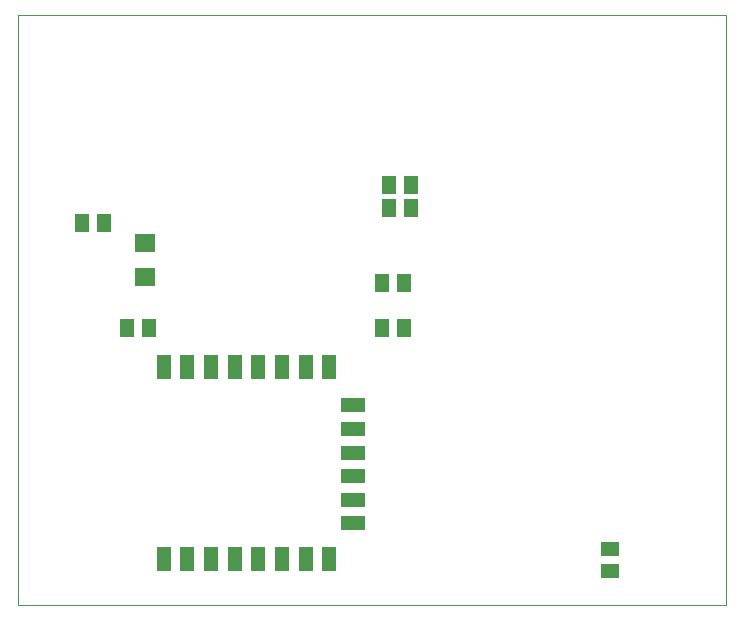
<source format=gtp>
G75*
%MOIN*%
%OFA0B0*%
%FSLAX25Y25*%
%IPPOS*%
%LPD*%
%AMOC8*
5,1,8,0,0,1.08239X$1,22.5*
%
%ADD10C,0.00000*%
%ADD11R,0.04724X0.07874*%
%ADD12R,0.07874X0.04724*%
%ADD13R,0.05118X0.05906*%
%ADD14R,0.05906X0.05118*%
%ADD15R,0.07098X0.06299*%
D10*
X0001000Y0029795D02*
X0001000Y0226645D01*
X0237220Y0226645D01*
X0237220Y0029795D01*
X0001000Y0029795D01*
D11*
X0049705Y0045268D03*
X0057579Y0045268D03*
X0065453Y0045268D03*
X0073327Y0045268D03*
X0081201Y0045268D03*
X0089075Y0045268D03*
X0096949Y0045268D03*
X0104823Y0045268D03*
X0104823Y0109048D03*
X0096949Y0109048D03*
X0089075Y0109048D03*
X0081201Y0109048D03*
X0073327Y0109048D03*
X0065453Y0109048D03*
X0057579Y0109048D03*
X0049705Y0109048D03*
D12*
X0112697Y0096449D03*
X0112697Y0088575D03*
X0112697Y0080701D03*
X0112697Y0072827D03*
X0112697Y0064953D03*
X0112697Y0057079D03*
D13*
X0122260Y0122295D03*
X0129740Y0122295D03*
X0129740Y0137295D03*
X0122260Y0137295D03*
X0124760Y0162295D03*
X0132240Y0162295D03*
X0132240Y0169795D03*
X0124760Y0169795D03*
X0044740Y0122295D03*
X0037260Y0122295D03*
X0029740Y0157295D03*
X0022260Y0157295D03*
D14*
X0198500Y0048535D03*
X0198500Y0041055D03*
D15*
X0043500Y0139197D03*
X0043500Y0150393D03*
M02*

</source>
